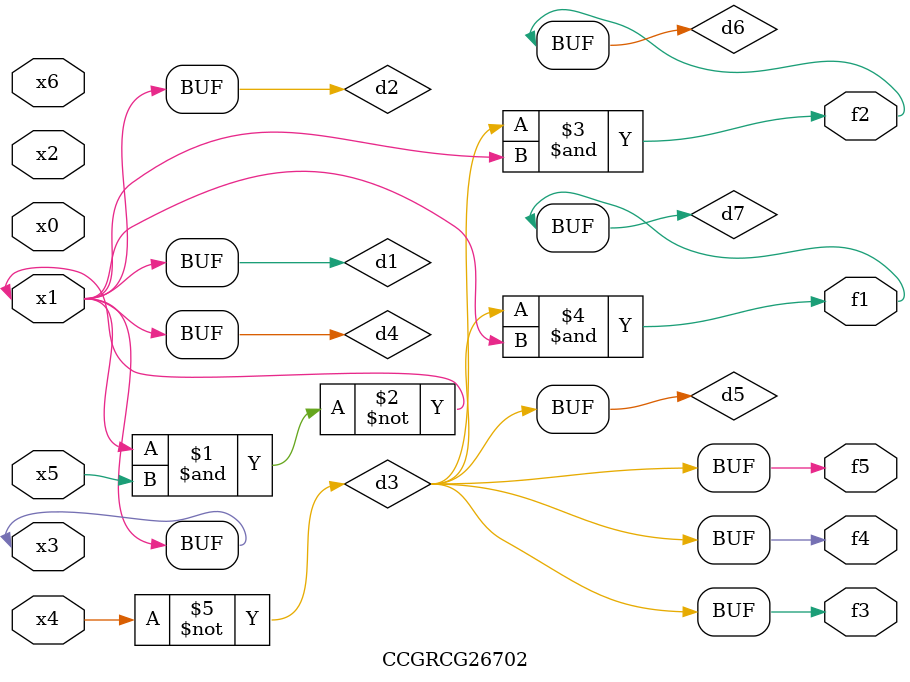
<source format=v>
module CCGRCG26702(
	input x0, x1, x2, x3, x4, x5, x6,
	output f1, f2, f3, f4, f5
);

	wire d1, d2, d3, d4, d5, d6, d7;

	buf (d1, x1, x3);
	nand (d2, x1, x5);
	not (d3, x4);
	buf (d4, d1, d2);
	buf (d5, d3);
	and (d6, d3, d4);
	and (d7, d3, d4);
	assign f1 = d7;
	assign f2 = d6;
	assign f3 = d5;
	assign f4 = d5;
	assign f5 = d5;
endmodule

</source>
